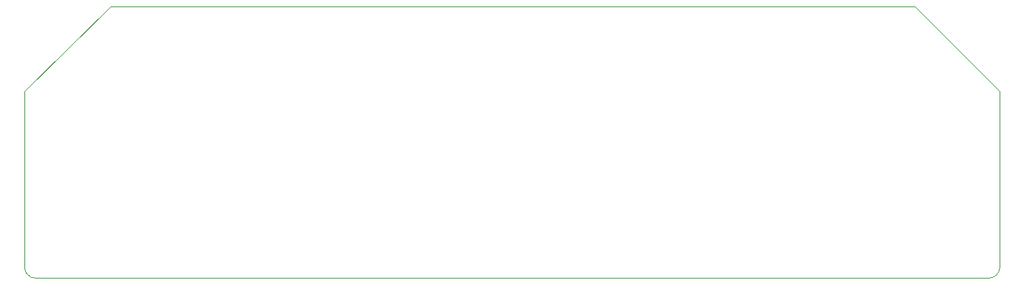
<source format=gbr>
G04 #@! TF.GenerationSoftware,KiCad,Pcbnew,5.1.5-1.fc31*
G04 #@! TF.CreationDate,2020-04-28T16:33:23+01:00*
G04 #@! TF.ProjectId,ReversingCam_FSAV433_ATTINY85_v3.2,52657665-7273-4696-9e67-43616d5f4653,V3.2*
G04 #@! TF.SameCoordinates,Original*
G04 #@! TF.FileFunction,Profile,NP*
%FSLAX46Y46*%
G04 Gerber Fmt 4.6, Leading zero omitted, Abs format (unit mm)*
G04 Created by KiCad (PCBNEW 5.1.5-1.fc31) date 2020-04-28 16:33:23*
%MOMM*%
%LPD*%
G04 APERTURE LIST*
%ADD10C,0.050000*%
G04 APERTURE END LIST*
D10*
X26670000Y-57404000D02*
G75*
G02X25400000Y-56134000I0J1270000D01*
G01*
X140385800Y-56134000D02*
G75*
G02X139115800Y-57404000I-1270000J0D01*
G01*
X140385800Y-35400000D02*
X130385800Y-25400000D01*
X35560000Y-25400000D02*
X25400000Y-35400000D01*
X26670000Y-57404000D02*
X139115800Y-57404000D01*
X25400000Y-35400000D02*
X25400000Y-56134000D01*
X140385800Y-35400000D02*
X140385800Y-56134000D01*
X35560000Y-25400000D02*
X130385800Y-25400000D01*
M02*

</source>
